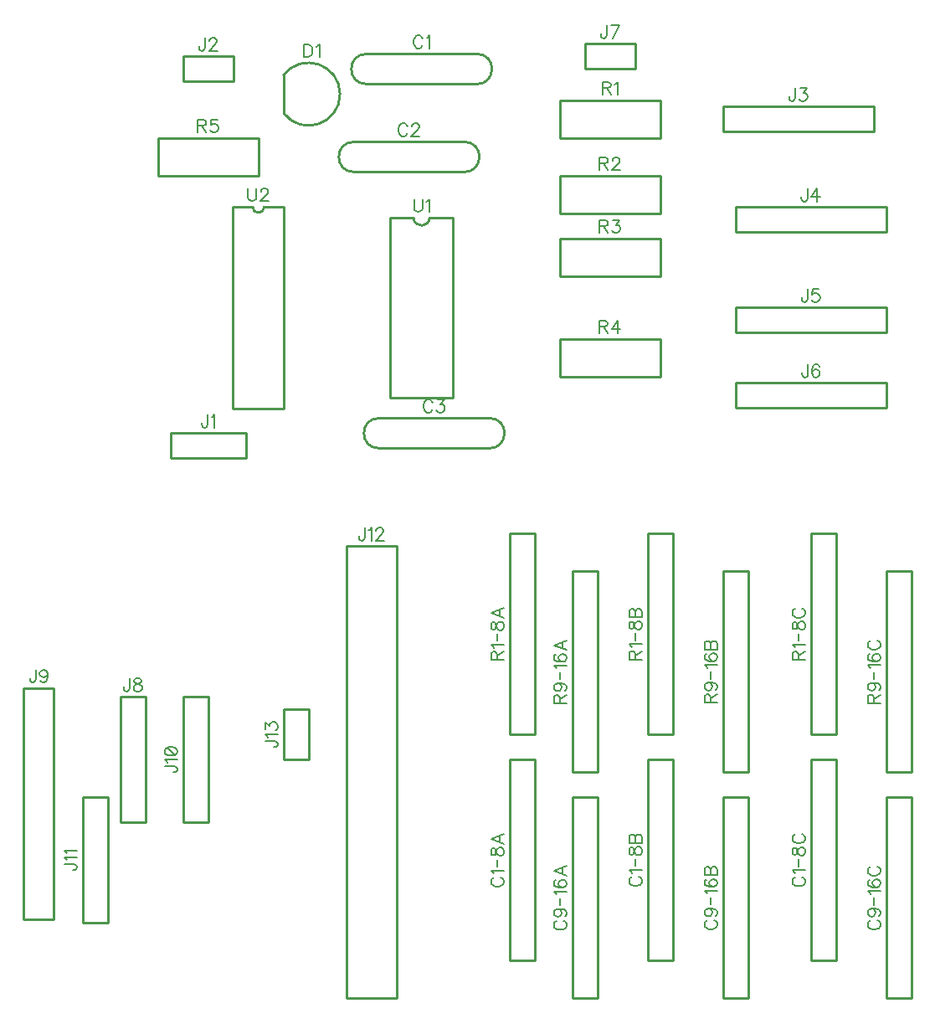
<source format=gbr>
G04 DipTrace 2.4.0.2*
%INTopSilk.gbr*%
%MOIN*%
%ADD10C,0.0098*%
%ADD57C,0.0077*%
%FSLAX44Y44*%
G04*
G70*
G90*
G75*
G01*
%LNTopSilk*%
%LPD*%
X19239Y41840D2*
D10*
X23641D1*
X19239Y43040D2*
X23641D1*
Y41840D2*
G03X23641Y43040I-1J600D01*
G01*
X19239D2*
G03X19239Y41840I1J-600D01*
G01*
X18739Y38340D2*
X23141D1*
X18739Y39540D2*
X23141D1*
Y38340D2*
G03X23141Y39540I-1J600D01*
G01*
X18739D2*
G03X18739Y38340I1J-600D01*
G01*
X19739Y27340D2*
X24141D1*
X19739Y28540D2*
X24141D1*
Y27340D2*
G03X24141Y28540I-1J600D01*
G01*
X19739D2*
G03X19739Y27340I1J-600D01*
G01*
X11440Y26940D2*
Y27940D1*
X14440D1*
Y26940D2*
Y27940D1*
X11440Y26940D2*
X14440D1*
X13940Y41940D2*
Y42940D1*
X11940Y41940D2*
X13940D1*
X11940D2*
Y42940D1*
X13940D1*
X33440Y39940D2*
X39440D1*
X33440Y40940D2*
X39440D1*
X33440Y39940D2*
Y40940D1*
X39440Y39940D2*
Y40940D1*
X33940Y35940D2*
X39940D1*
X33940Y36940D2*
X39940D1*
X33940Y35940D2*
Y36940D1*
X39940Y35940D2*
Y36940D1*
X33940Y31940D2*
X39940D1*
X33940Y32940D2*
X39940D1*
X33940Y31940D2*
Y32940D1*
X39940Y31940D2*
Y32940D1*
X33940Y28940D2*
X39940D1*
X33940Y29940D2*
X39940D1*
X33940Y28940D2*
Y29940D1*
X39940Y28940D2*
Y29940D1*
X29940Y42440D2*
Y43440D1*
X27940Y42440D2*
X29940D1*
X27940D2*
Y43440D1*
X29940D1*
X26937Y41190D2*
X30943D1*
Y39690D2*
Y41190D1*
X26937Y39690D2*
X30943D1*
X26937D2*
Y41190D1*
Y38190D2*
X30943D1*
Y36690D2*
Y38190D1*
X26937Y36690D2*
X30943D1*
X26937D2*
Y38190D1*
Y35690D2*
X30943D1*
Y34190D2*
Y35690D1*
X26937Y34190D2*
X30943D1*
X26937D2*
Y35690D1*
Y31690D2*
X30943D1*
Y30190D2*
Y31690D1*
X26937Y30190D2*
X30943D1*
X26937D2*
Y31690D1*
X20180Y36522D2*
Y29358D1*
X22700Y36522D2*
Y29358D1*
X20180D2*
X22700D1*
X20180Y36522D2*
X21125D1*
X21755D2*
X22700D1*
X21125D2*
G03X21755Y36522I315J1D01*
G01*
X15964Y36956D2*
Y28924D1*
X13916D2*
X15964D1*
X13916Y36956D2*
Y28924D1*
Y36956D2*
X14704D1*
X15964D2*
X15176D1*
X14704D2*
G03X15176Y36956I236J0D01*
G01*
X15940Y40691D2*
Y42189D1*
X15942Y40688D2*
G03X15942Y42192I998J752D01*
G01*
X10937Y39690D2*
X14943D1*
Y38190D2*
Y39690D1*
X10937Y38190D2*
X14943D1*
X10937D2*
Y39690D1*
X10440Y17440D2*
X9440D1*
X10440Y12440D2*
Y17440D1*
X9440Y12440D2*
Y17440D1*
X10440Y12440D2*
X9440D1*
X5586Y17794D2*
Y8586D1*
X6794D1*
Y17794D2*
Y8586D1*
X5586Y17794D2*
X6794D1*
X12940Y17440D2*
X11940D1*
X12940Y12440D2*
Y17440D1*
X11940Y12440D2*
Y17440D1*
X12940Y12440D2*
X11940D1*
X8940Y13440D2*
X7940D1*
X8940Y8440D2*
Y13440D1*
X7940Y8440D2*
Y13440D1*
X8940Y8440D2*
X7940D1*
X18440Y5440D2*
X20440D1*
X18440Y23440D2*
X20440D1*
Y5440D1*
X18440Y23440D2*
Y5440D1*
X25940Y23940D2*
Y15940D1*
X24940Y23940D2*
X25940D1*
X24940D2*
Y15940D1*
X25940D1*
X31440Y23940D2*
Y15940D1*
X30440Y23940D2*
X31440D1*
X30440D2*
Y15940D1*
X31440D1*
X28440Y22440D2*
Y14440D1*
X27440Y22440D2*
X28440D1*
X27440D2*
Y14440D1*
X28440D1*
X34440Y22440D2*
Y14440D1*
X33440Y22440D2*
X34440D1*
X33440D2*
Y14440D1*
X34440D1*
X37940Y23940D2*
Y15940D1*
X36940Y23940D2*
X37940D1*
X36940D2*
Y15940D1*
X37940D1*
X40940Y22440D2*
Y14440D1*
X39940Y22440D2*
X40940D1*
X39940D2*
Y14440D1*
X40940D1*
X25940Y14940D2*
Y6940D1*
X24940Y14940D2*
X25940D1*
X24940D2*
Y6940D1*
X25940D1*
X31440Y14940D2*
Y6940D1*
X30440Y14940D2*
X31440D1*
X30440D2*
Y6940D1*
X31440D1*
X28440Y13440D2*
Y5440D1*
X27440Y13440D2*
X28440D1*
X27440D2*
Y5440D1*
X28440D1*
X34440Y13440D2*
Y5440D1*
X33440Y13440D2*
X34440D1*
X33440D2*
Y5440D1*
X34440D1*
X37940Y14940D2*
Y6940D1*
X36940Y14940D2*
X37940D1*
X36940D2*
Y6940D1*
X37940D1*
X40940Y13440D2*
Y5440D1*
X39940Y13440D2*
X40940D1*
X39940D2*
Y5440D1*
X40940D1*
X16940Y16940D2*
X15940D1*
X16940Y14940D2*
Y16940D1*
Y14940D2*
X15940D1*
Y16940D1*
X21482Y43653D2*
D57*
X21458Y43700D1*
X21410Y43748D1*
X21363Y43772D1*
X21267D1*
X21219Y43748D1*
X21172Y43700D1*
X21147Y43653D1*
X21123Y43581D1*
Y43461D1*
X21147Y43390D1*
X21172Y43342D1*
X21219Y43294D1*
X21267Y43270D1*
X21363D1*
X21410Y43294D1*
X21458Y43342D1*
X21482Y43390D1*
X21637Y43676D2*
X21685Y43700D1*
X21757Y43772D1*
Y43270D1*
X20875Y40153D2*
X20851Y40200D1*
X20803Y40248D1*
X20755Y40272D1*
X20660D1*
X20612Y40248D1*
X20564Y40200D1*
X20540Y40153D1*
X20516Y40081D1*
Y39961D1*
X20540Y39890D1*
X20564Y39842D1*
X20612Y39794D1*
X20660Y39770D1*
X20755D1*
X20803Y39794D1*
X20851Y39842D1*
X20875Y39890D1*
X21053Y40152D2*
Y40176D1*
X21077Y40224D1*
X21101Y40248D1*
X21149Y40272D1*
X21245D1*
X21292Y40248D1*
X21316Y40224D1*
X21340Y40176D1*
Y40129D1*
X21316Y40080D1*
X21268Y40009D1*
X21029Y39770D1*
X21364D1*
X21875Y29153D2*
X21851Y29200D1*
X21803Y29248D1*
X21755Y29272D1*
X21660D1*
X21612Y29248D1*
X21564Y29200D1*
X21540Y29153D1*
X21516Y29081D1*
Y28961D1*
X21540Y28890D1*
X21564Y28842D1*
X21612Y28794D1*
X21660Y28770D1*
X21755D1*
X21803Y28794D1*
X21851Y28842D1*
X21875Y28890D1*
X22077Y29272D2*
X22340D1*
X22197Y29080D1*
X22268D1*
X22316Y29057D1*
X22340Y29033D1*
X22364Y28961D1*
Y28914D1*
X22340Y28842D1*
X22292Y28794D1*
X22220Y28770D1*
X22148D1*
X22077Y28794D1*
X22053Y28818D1*
X22029Y28865D1*
X12922Y28672D2*
Y28290D1*
X12899Y28218D1*
X12874Y28194D1*
X12827Y28170D1*
X12779D1*
X12731Y28194D1*
X12707Y28218D1*
X12683Y28290D1*
Y28337D1*
X13077Y28576D2*
X13125Y28600D1*
X13197Y28672D1*
Y28170D1*
X12815Y43672D2*
Y43290D1*
X12791Y43218D1*
X12767Y43194D1*
X12719Y43170D1*
X12671D1*
X12624Y43194D1*
X12600Y43218D1*
X12576Y43290D1*
Y43337D1*
X12994Y43552D2*
Y43576D1*
X13017Y43624D1*
X13041Y43648D1*
X13089Y43672D1*
X13185D1*
X13232Y43648D1*
X13256Y43624D1*
X13281Y43576D1*
Y43529D1*
X13256Y43480D1*
X13209Y43409D1*
X12969Y43170D1*
X13304D1*
X36315Y41672D2*
Y41290D1*
X36291Y41218D1*
X36267Y41194D1*
X36219Y41170D1*
X36171D1*
X36124Y41194D1*
X36100Y41218D1*
X36076Y41290D1*
Y41337D1*
X36517Y41672D2*
X36780D1*
X36637Y41480D1*
X36709D1*
X36756Y41457D1*
X36780Y41433D1*
X36804Y41361D1*
Y41314D1*
X36780Y41242D1*
X36732Y41194D1*
X36661Y41170D1*
X36589D1*
X36517Y41194D1*
X36494Y41218D1*
X36469Y41265D1*
X36803Y37672D2*
Y37290D1*
X36779Y37218D1*
X36755Y37194D1*
X36707Y37170D1*
X36659D1*
X36612Y37194D1*
X36588Y37218D1*
X36564Y37290D1*
Y37337D1*
X37197Y37170D2*
Y37672D1*
X36958Y37337D1*
X37316D1*
X36815Y33672D2*
Y33290D1*
X36791Y33218D1*
X36767Y33194D1*
X36719Y33170D1*
X36671D1*
X36624Y33194D1*
X36600Y33218D1*
X36576Y33290D1*
Y33337D1*
X37256Y33672D2*
X37017D1*
X36994Y33457D1*
X37017Y33480D1*
X37089Y33505D1*
X37161D1*
X37232Y33480D1*
X37281Y33433D1*
X37304Y33361D1*
Y33314D1*
X37281Y33242D1*
X37232Y33194D1*
X37161Y33170D1*
X37089D1*
X37017Y33194D1*
X36994Y33218D1*
X36969Y33265D1*
X36827Y30672D2*
Y30290D1*
X36803Y30218D1*
X36779Y30194D1*
X36732Y30170D1*
X36683D1*
X36636Y30194D1*
X36612Y30218D1*
X36588Y30290D1*
Y30337D1*
X37268Y30600D2*
X37245Y30648D1*
X37173Y30672D1*
X37125D1*
X37053Y30648D1*
X37005Y30576D1*
X36982Y30457D1*
Y30337D1*
X37005Y30242D1*
X37053Y30194D1*
X37125Y30170D1*
X37149D1*
X37220Y30194D1*
X37268Y30242D1*
X37292Y30314D1*
Y30337D1*
X37268Y30409D1*
X37220Y30457D1*
X37149Y30480D1*
X37125D1*
X37053Y30457D1*
X37005Y30409D1*
X36982Y30337D1*
X28815Y44172D2*
Y43790D1*
X28791Y43718D1*
X28767Y43694D1*
X28719Y43670D1*
X28671D1*
X28624Y43694D1*
X28600Y43718D1*
X28576Y43790D1*
Y43837D1*
X29065Y43670D2*
X29304Y44172D1*
X28969D1*
X28635Y41683D2*
X28850D1*
X28922Y41707D1*
X28947Y41731D1*
X28970Y41779D1*
Y41827D1*
X28947Y41874D1*
X28922Y41898D1*
X28850Y41922D1*
X28635D1*
Y41420D1*
X28803Y41683D2*
X28970Y41420D1*
X29125Y41826D2*
X29173Y41850D1*
X29245Y41922D1*
Y41420D1*
X28528Y38683D2*
X28743D1*
X28815Y38707D1*
X28839Y38731D1*
X28863Y38779D1*
Y38827D1*
X28839Y38874D1*
X28815Y38898D1*
X28743Y38922D1*
X28528D1*
Y38420D1*
X28695Y38683D2*
X28863Y38420D1*
X29042Y38802D2*
Y38826D1*
X29065Y38874D1*
X29089Y38898D1*
X29137Y38922D1*
X29233D1*
X29280Y38898D1*
X29304Y38874D1*
X29328Y38826D1*
Y38779D1*
X29304Y38730D1*
X29257Y38659D1*
X29017Y38420D1*
X29352D1*
X28528Y36183D2*
X28743D1*
X28815Y36207D1*
X28839Y36231D1*
X28863Y36279D1*
Y36327D1*
X28839Y36374D1*
X28815Y36398D1*
X28743Y36422D1*
X28528D1*
Y35920D1*
X28695Y36183D2*
X28863Y35920D1*
X29065Y36422D2*
X29328D1*
X29185Y36230D1*
X29257D1*
X29304Y36207D1*
X29328Y36183D1*
X29352Y36111D1*
Y36064D1*
X29328Y35992D1*
X29280Y35944D1*
X29208Y35920D1*
X29137D1*
X29065Y35944D1*
X29042Y35968D1*
X29017Y36015D1*
X28516Y32183D2*
X28731D1*
X28803Y32207D1*
X28827Y32231D1*
X28851Y32279D1*
Y32327D1*
X28827Y32374D1*
X28803Y32398D1*
X28731Y32422D1*
X28516D1*
Y31920D1*
X28683Y32183D2*
X28851Y31920D1*
X29245D2*
Y32422D1*
X29005Y32087D1*
X29364D1*
X21135Y37255D2*
Y36896D1*
X21159Y36824D1*
X21207Y36777D1*
X21279Y36752D1*
X21327D1*
X21398Y36777D1*
X21447Y36824D1*
X21470Y36896D1*
Y37255D1*
X21625Y37159D2*
X21673Y37183D1*
X21745Y37254D1*
Y36752D1*
X14528Y37688D2*
Y37329D1*
X14552Y37257D1*
X14600Y37210D1*
X14672Y37186D1*
X14719D1*
X14791Y37210D1*
X14839Y37257D1*
X14863Y37329D1*
Y37688D1*
X15042Y37568D2*
Y37592D1*
X15065Y37640D1*
X15089Y37664D1*
X15137Y37687D1*
X15233D1*
X15280Y37664D1*
X15304Y37640D1*
X15328Y37592D1*
Y37544D1*
X15304Y37496D1*
X15257Y37425D1*
X15017Y37186D1*
X15352D1*
X16760Y43422D2*
Y42920D1*
X16928D1*
X17000Y42944D1*
X17048Y42991D1*
X17072Y43040D1*
X17095Y43111D1*
Y43231D1*
X17072Y43303D1*
X17048Y43350D1*
X17000Y43398D1*
X16928Y43422D1*
X16760D1*
X17250Y43326D2*
X17298Y43350D1*
X17370Y43421D1*
Y42920D1*
X12528Y40183D2*
X12743D1*
X12815Y40207D1*
X12839Y40231D1*
X12863Y40279D1*
Y40327D1*
X12839Y40374D1*
X12815Y40398D1*
X12743Y40422D1*
X12528D1*
Y39920D1*
X12695Y40183D2*
X12863Y39920D1*
X13304Y40422D2*
X13065D1*
X13042Y40207D1*
X13065Y40230D1*
X13137Y40255D1*
X13208D1*
X13280Y40230D1*
X13328Y40183D1*
X13352Y40111D1*
Y40064D1*
X13328Y39992D1*
X13280Y39944D1*
X13208Y39920D1*
X13137D1*
X13065Y39944D1*
X13042Y39968D1*
X13017Y40015D1*
X9815Y18172D2*
Y17790D1*
X9792Y17718D1*
X9767Y17694D1*
X9720Y17670D1*
X9672D1*
X9624Y17694D1*
X9600Y17718D1*
X9576Y17790D1*
Y17837D1*
X10089Y18172D2*
X10018Y18148D1*
X9993Y18100D1*
Y18052D1*
X10018Y18005D1*
X10065Y17980D1*
X10161Y17957D1*
X10233Y17933D1*
X10280Y17885D1*
X10304Y17837D1*
Y17765D1*
X10280Y17718D1*
X10257Y17694D1*
X10185Y17670D1*
X10089D1*
X10018Y17694D1*
X9993Y17718D1*
X9970Y17765D1*
Y17837D1*
X9993Y17885D1*
X10042Y17933D1*
X10113Y17957D1*
X10208Y17980D1*
X10257Y18005D1*
X10280Y18052D1*
Y18100D1*
X10257Y18148D1*
X10185Y18172D1*
X10089D1*
X6077Y18527D2*
Y18144D1*
X6053Y18072D1*
X6029Y18048D1*
X5981Y18024D1*
X5933D1*
X5886Y18048D1*
X5862Y18072D1*
X5838Y18144D1*
Y18192D1*
X6542Y18359D2*
X6518Y18287D1*
X6471Y18239D1*
X6399Y18215D1*
X6375D1*
X6303Y18239D1*
X6256Y18287D1*
X6231Y18359D1*
Y18383D1*
X6256Y18455D1*
X6303Y18502D1*
X6375Y18526D1*
X6399D1*
X6471Y18502D1*
X6518Y18455D1*
X6542Y18359D1*
Y18239D1*
X6518Y18120D1*
X6471Y18048D1*
X6399Y18024D1*
X6351D1*
X6279Y18048D1*
X6256Y18096D1*
X11208Y14678D2*
X11590D1*
X11662Y14654D1*
X11686Y14630D1*
X11710Y14582D1*
Y14534D1*
X11686Y14487D1*
X11662Y14463D1*
X11590Y14439D1*
X11543D1*
X11304Y14832D2*
X11280Y14880D1*
X11208Y14952D1*
X11710D1*
X11208Y15250D2*
X11232Y15178D1*
X11304Y15130D1*
X11423Y15107D1*
X11495D1*
X11615Y15130D1*
X11686Y15178D1*
X11710Y15250D1*
Y15298D1*
X11686Y15370D1*
X11615Y15417D1*
X11495Y15441D1*
X11423D1*
X11304Y15417D1*
X11232Y15370D1*
X11208Y15298D1*
Y15250D1*
X11304Y15417D2*
X11615Y15130D1*
X7208Y10785D2*
X7590D1*
X7662Y10762D1*
X7686Y10737D1*
X7710Y10690D1*
Y10642D1*
X7686Y10594D1*
X7662Y10570D1*
X7590Y10546D1*
X7543D1*
X7304Y10940D2*
X7280Y10988D1*
X7208Y11060D1*
X7710D1*
X7304Y11214D2*
X7280Y11262D1*
X7208Y11334D1*
X7710D1*
X19178Y24172D2*
Y23790D1*
X19154Y23718D1*
X19130Y23694D1*
X19082Y23670D1*
X19034D1*
X18987Y23694D1*
X18963Y23718D1*
X18939Y23790D1*
Y23837D1*
X19332Y24076D2*
X19380Y24100D1*
X19452Y24172D1*
Y23670D1*
X19631Y24052D2*
Y24076D1*
X19655Y24124D1*
X19678Y24148D1*
X19726Y24172D1*
X19822D1*
X19870Y24148D1*
X19893Y24124D1*
X19918Y24076D1*
Y24029D1*
X19893Y23980D1*
X19846Y23909D1*
X19607Y23670D1*
X19941D1*
X24447Y18907D2*
Y19122D1*
X24423Y19194D1*
X24399Y19218D1*
X24351Y19242D1*
X24303D1*
X24256Y19218D1*
X24232Y19194D1*
X24208Y19122D1*
Y18907D1*
X24710D1*
X24447Y19074D2*
X24710Y19242D1*
X24304Y19396D2*
X24280Y19444D1*
X24208Y19516D1*
X24710D1*
X24459Y19671D2*
Y19947D1*
X24208Y20221D2*
X24232Y20149D1*
X24280Y20125D1*
X24328D1*
X24375Y20149D1*
X24400Y20197D1*
X24423Y20293D1*
X24447Y20364D1*
X24495Y20412D1*
X24543Y20436D1*
X24615D1*
X24662Y20412D1*
X24686Y20388D1*
X24710Y20316D1*
Y20221D1*
X24686Y20149D1*
X24662Y20125D1*
X24615Y20101D1*
X24543D1*
X24495Y20125D1*
X24447Y20173D1*
X24423Y20244D1*
X24400Y20340D1*
X24375Y20388D1*
X24328Y20412D1*
X24280D1*
X24232Y20388D1*
X24208Y20316D1*
Y20221D1*
X24710Y20973D2*
X24208Y20781D1*
X24710Y20590D1*
X24543Y20662D2*
Y20901D1*
X29947Y18931D2*
Y19146D1*
X29923Y19218D1*
X29899Y19242D1*
X29851Y19266D1*
X29803D1*
X29756Y19242D1*
X29732Y19218D1*
X29708Y19146D1*
Y18931D1*
X30210D1*
X29947Y19098D2*
X30210Y19266D1*
X29804Y19420D2*
X29780Y19468D1*
X29708Y19540D1*
X30210D1*
X29959Y19695D2*
Y19971D1*
X29708Y20245D2*
X29732Y20173D1*
X29780Y20149D1*
X29828D1*
X29875Y20173D1*
X29900Y20221D1*
X29923Y20317D1*
X29947Y20388D1*
X29995Y20436D1*
X30043Y20460D1*
X30115D1*
X30162Y20436D1*
X30186Y20412D1*
X30210Y20340D1*
Y20245D1*
X30186Y20173D1*
X30162Y20149D1*
X30115Y20125D1*
X30043D1*
X29995Y20149D1*
X29947Y20197D1*
X29923Y20268D1*
X29900Y20364D1*
X29875Y20412D1*
X29828Y20436D1*
X29780D1*
X29732Y20412D1*
X29708Y20340D1*
Y20245D1*
Y20614D2*
X30210D1*
Y20830D1*
X30186Y20902D1*
X30162Y20925D1*
X30115Y20949D1*
X30043D1*
X29995Y20925D1*
X29971Y20902D1*
X29947Y20830D1*
X29923Y20902D1*
X29899Y20925D1*
X29851Y20949D1*
X29803D1*
X29756Y20925D1*
X29732Y20902D1*
X29708Y20830D1*
Y20614D1*
X29947D2*
Y20830D1*
X26947Y17186D2*
Y17401D1*
X26923Y17473D1*
X26899Y17497D1*
X26851Y17521D1*
X26803D1*
X26756Y17497D1*
X26732Y17473D1*
X26708Y17401D1*
Y17186D1*
X27210D1*
X26947Y17353D2*
X27210Y17521D1*
X26875Y17987D2*
X26947Y17962D1*
X26995Y17915D1*
X27019Y17843D1*
Y17819D1*
X26995Y17747D1*
X26947Y17700D1*
X26875Y17675D1*
X26851D1*
X26780Y17700D1*
X26732Y17747D1*
X26708Y17819D1*
Y17843D1*
X26732Y17915D1*
X26780Y17962D1*
X26875Y17987D1*
X26995D1*
X27115Y17962D1*
X27186Y17915D1*
X27210Y17843D1*
Y17795D1*
X27186Y17723D1*
X27138Y17700D1*
X26959Y18141D2*
Y18417D1*
X26804Y18572D2*
X26780Y18620D1*
X26708Y18692D1*
X27210D1*
X26780Y19133D2*
X26732Y19109D1*
X26708Y19037D1*
Y18990D1*
X26732Y18918D1*
X26804Y18870D1*
X26923Y18846D1*
X27043D1*
X27138Y18870D1*
X27186Y18918D1*
X27210Y18990D1*
Y19013D1*
X27186Y19085D1*
X27138Y19133D1*
X27066Y19157D1*
X27043D1*
X26971Y19133D1*
X26923Y19085D1*
X26900Y19013D1*
Y18990D1*
X26923Y18918D1*
X26971Y18870D1*
X27043Y18846D1*
X27210Y19694D2*
X26708Y19502D1*
X27210Y19311D1*
X27043Y19383D2*
Y19622D1*
X32947Y17210D2*
Y17425D1*
X32923Y17497D1*
X32899Y17521D1*
X32851Y17545D1*
X32803D1*
X32756Y17521D1*
X32732Y17497D1*
X32708Y17425D1*
Y17210D1*
X33210D1*
X32947Y17378D2*
X33210Y17545D1*
X32875Y18011D2*
X32947Y17986D1*
X32995Y17939D1*
X33019Y17867D1*
Y17843D1*
X32995Y17771D1*
X32947Y17724D1*
X32875Y17699D1*
X32851D1*
X32780Y17724D1*
X32732Y17771D1*
X32708Y17843D1*
Y17867D1*
X32732Y17939D1*
X32780Y17986D1*
X32875Y18011D1*
X32995D1*
X33115Y17986D1*
X33186Y17939D1*
X33210Y17867D1*
Y17819D1*
X33186Y17747D1*
X33138Y17724D1*
X32959Y18165D2*
Y18441D1*
X32804Y18596D2*
X32780Y18644D1*
X32708Y18716D1*
X33210D1*
X32780Y19157D2*
X32732Y19133D1*
X32708Y19061D1*
Y19014D1*
X32732Y18942D1*
X32804Y18894D1*
X32923Y18870D1*
X33043D1*
X33138Y18894D1*
X33186Y18942D1*
X33210Y19014D1*
Y19037D1*
X33186Y19109D1*
X33138Y19157D1*
X33066Y19181D1*
X33043D1*
X32971Y19157D1*
X32923Y19109D1*
X32900Y19037D1*
Y19014D1*
X32923Y18942D1*
X32971Y18894D1*
X33043Y18870D1*
X32708Y19335D2*
X33210D1*
Y19551D1*
X33186Y19622D1*
X33162Y19646D1*
X33115Y19670D1*
X33043D1*
X32995Y19646D1*
X32971Y19622D1*
X32947Y19551D1*
X32923Y19622D1*
X32899Y19646D1*
X32851Y19670D1*
X32803D1*
X32756Y19646D1*
X32732Y19622D1*
X32708Y19551D1*
Y19335D1*
X32947D2*
Y19551D1*
X36447Y18919D2*
Y19134D1*
X36423Y19206D1*
X36399Y19230D1*
X36351Y19254D1*
X36303D1*
X36256Y19230D1*
X36232Y19206D1*
X36208Y19134D1*
Y18919D1*
X36710D1*
X36447Y19087D2*
X36710Y19254D1*
X36304Y19408D2*
X36280Y19456D1*
X36208Y19528D1*
X36710D1*
X36459Y19683D2*
Y19959D1*
X36208Y20233D2*
X36232Y20162D1*
X36280Y20137D1*
X36328D1*
X36375Y20162D1*
X36400Y20209D1*
X36423Y20305D1*
X36447Y20377D1*
X36495Y20424D1*
X36543Y20448D1*
X36615D1*
X36662Y20424D1*
X36686Y20400D1*
X36710Y20328D1*
Y20233D1*
X36686Y20162D1*
X36662Y20137D1*
X36615Y20113D1*
X36543D1*
X36495Y20137D1*
X36447Y20185D1*
X36423Y20257D1*
X36400Y20352D1*
X36375Y20400D1*
X36328Y20424D1*
X36280D1*
X36232Y20400D1*
X36208Y20328D1*
Y20233D1*
X36327Y20961D2*
X36280Y20937D1*
X36232Y20889D1*
X36208Y20842D1*
Y20746D1*
X36232Y20698D1*
X36280Y20650D1*
X36327Y20626D1*
X36399Y20602D1*
X36519D1*
X36590Y20626D1*
X36638Y20650D1*
X36686Y20698D1*
X36710Y20746D1*
Y20842D1*
X36686Y20889D1*
X36638Y20937D1*
X36590Y20961D1*
X39447Y17198D2*
Y17413D1*
X39423Y17485D1*
X39399Y17509D1*
X39351Y17533D1*
X39303D1*
X39256Y17509D1*
X39232Y17485D1*
X39208Y17413D1*
Y17198D1*
X39710D1*
X39447Y17366D2*
X39710Y17533D1*
X39375Y17999D2*
X39447Y17974D1*
X39495Y17927D1*
X39519Y17855D1*
Y17831D1*
X39495Y17759D1*
X39447Y17712D1*
X39375Y17687D1*
X39351D1*
X39280Y17712D1*
X39232Y17759D1*
X39208Y17831D1*
Y17855D1*
X39232Y17927D1*
X39280Y17974D1*
X39375Y17999D1*
X39495D1*
X39615Y17974D1*
X39686Y17927D1*
X39710Y17855D1*
Y17807D1*
X39686Y17736D1*
X39638Y17712D1*
X39459Y18153D2*
Y18429D1*
X39304Y18584D2*
X39280Y18632D1*
X39208Y18704D1*
X39710D1*
X39280Y19145D2*
X39232Y19121D1*
X39208Y19049D1*
Y19002D1*
X39232Y18930D1*
X39304Y18882D1*
X39423Y18858D1*
X39543D1*
X39638Y18882D1*
X39686Y18930D1*
X39710Y19002D1*
Y19026D1*
X39686Y19097D1*
X39638Y19145D1*
X39566Y19169D1*
X39543D1*
X39471Y19145D1*
X39423Y19097D1*
X39400Y19026D1*
Y19002D1*
X39423Y18930D1*
X39471Y18882D1*
X39543Y18858D1*
X39327Y19682D2*
X39280Y19658D1*
X39232Y19610D1*
X39208Y19562D1*
Y19467D1*
X39232Y19419D1*
X39280Y19371D1*
X39327Y19347D1*
X39399Y19323D1*
X39519D1*
X39590Y19347D1*
X39638Y19371D1*
X39686Y19419D1*
X39710Y19467D1*
Y19562D1*
X39686Y19610D1*
X39638Y19658D1*
X39590Y19682D1*
X24327Y10254D2*
X24280Y10230D1*
X24232Y10182D1*
X24208Y10134D1*
Y10039D1*
X24232Y9991D1*
X24280Y9943D1*
X24327Y9919D1*
X24399Y9895D1*
X24519D1*
X24590Y9919D1*
X24638Y9943D1*
X24686Y9991D1*
X24710Y10039D1*
Y10134D1*
X24686Y10182D1*
X24638Y10230D1*
X24590Y10254D1*
X24304Y10408D2*
X24280Y10456D1*
X24208Y10528D1*
X24710D1*
X24459Y10682D2*
Y10959D1*
X24208Y11233D2*
X24232Y11161D1*
X24280Y11137D1*
X24328D1*
X24375Y11161D1*
X24400Y11209D1*
X24423Y11304D1*
X24447Y11376D1*
X24495Y11424D1*
X24543Y11448D1*
X24615D1*
X24662Y11424D1*
X24686Y11400D1*
X24710Y11328D1*
Y11233D1*
X24686Y11161D1*
X24662Y11137D1*
X24615Y11113D1*
X24543D1*
X24495Y11137D1*
X24447Y11185D1*
X24423Y11256D1*
X24400Y11352D1*
X24375Y11400D1*
X24328Y11424D1*
X24280D1*
X24232Y11400D1*
X24208Y11328D1*
Y11233D1*
X24710Y11985D2*
X24208Y11793D1*
X24710Y11602D1*
X24543Y11674D2*
Y11913D1*
X29827Y10278D2*
X29780Y10254D1*
X29732Y10206D1*
X29708Y10158D1*
Y10063D1*
X29732Y10015D1*
X29780Y9967D1*
X29827Y9943D1*
X29899Y9919D1*
X30019D1*
X30090Y9943D1*
X30138Y9967D1*
X30186Y10015D1*
X30210Y10063D1*
Y10158D1*
X30186Y10206D1*
X30138Y10254D1*
X30090Y10278D1*
X29804Y10432D2*
X29780Y10480D1*
X29708Y10552D1*
X30210D1*
X29959Y10706D2*
Y10983D1*
X29708Y11257D2*
X29732Y11185D1*
X29780Y11161D1*
X29828D1*
X29875Y11185D1*
X29900Y11233D1*
X29923Y11328D1*
X29947Y11400D1*
X29995Y11448D1*
X30043Y11472D1*
X30115D1*
X30162Y11448D1*
X30186Y11424D1*
X30210Y11352D1*
Y11257D1*
X30186Y11185D1*
X30162Y11161D1*
X30115Y11137D1*
X30043D1*
X29995Y11161D1*
X29947Y11209D1*
X29923Y11280D1*
X29900Y11376D1*
X29875Y11424D1*
X29828Y11448D1*
X29780D1*
X29732Y11424D1*
X29708Y11352D1*
Y11257D1*
Y11626D2*
X30210D1*
Y11842D1*
X30186Y11913D1*
X30162Y11937D1*
X30115Y11961D1*
X30043D1*
X29995Y11937D1*
X29971Y11913D1*
X29947Y11842D1*
X29923Y11913D1*
X29899Y11937D1*
X29851Y11961D1*
X29803D1*
X29756Y11937D1*
X29732Y11913D1*
X29708Y11842D1*
Y11626D1*
X29947D2*
Y11842D1*
X26827Y8533D2*
X26780Y8509D1*
X26732Y8461D1*
X26708Y8413D1*
Y8318D1*
X26732Y8270D1*
X26780Y8222D1*
X26827Y8198D1*
X26899Y8174D1*
X27019D1*
X27090Y8198D1*
X27138Y8222D1*
X27186Y8270D1*
X27210Y8318D1*
Y8413D1*
X27186Y8461D1*
X27138Y8509D1*
X27090Y8533D1*
X26875Y8998D2*
X26947Y8974D1*
X26995Y8927D1*
X27019Y8855D1*
Y8831D1*
X26995Y8759D1*
X26947Y8712D1*
X26875Y8687D1*
X26851D1*
X26780Y8712D1*
X26732Y8759D1*
X26708Y8831D1*
Y8855D1*
X26732Y8927D1*
X26780Y8974D1*
X26875Y8998D1*
X26995D1*
X27115Y8974D1*
X27186Y8927D1*
X27210Y8855D1*
Y8807D1*
X27186Y8735D1*
X27138Y8712D1*
X26959Y9153D2*
Y9429D1*
X26804Y9584D2*
X26780Y9632D1*
X26708Y9703D1*
X27210D1*
X26780Y10145D2*
X26732Y10121D1*
X26708Y10049D1*
Y10002D1*
X26732Y9930D1*
X26804Y9882D1*
X26923Y9858D1*
X27043D1*
X27138Y9882D1*
X27186Y9930D1*
X27210Y10002D1*
Y10025D1*
X27186Y10097D1*
X27138Y10145D1*
X27066Y10168D1*
X27043D1*
X26971Y10145D1*
X26923Y10097D1*
X26900Y10025D1*
Y10002D1*
X26923Y9930D1*
X26971Y9882D1*
X27043Y9858D1*
X27210Y10706D2*
X26708Y10514D1*
X27210Y10323D1*
X27043Y10395D2*
Y10634D1*
X32827Y8557D2*
X32780Y8533D1*
X32732Y8485D1*
X32708Y8437D1*
Y8342D1*
X32732Y8294D1*
X32780Y8246D1*
X32827Y8222D1*
X32899Y8198D1*
X33019D1*
X33090Y8222D1*
X33138Y8246D1*
X33186Y8294D1*
X33210Y8342D1*
Y8437D1*
X33186Y8485D1*
X33138Y8533D1*
X33090Y8557D1*
X32875Y9022D2*
X32947Y8998D1*
X32995Y8951D1*
X33019Y8879D1*
Y8855D1*
X32995Y8783D1*
X32947Y8736D1*
X32875Y8711D1*
X32851D1*
X32780Y8736D1*
X32732Y8783D1*
X32708Y8855D1*
Y8879D1*
X32732Y8951D1*
X32780Y8998D1*
X32875Y9022D1*
X32995D1*
X33115Y8998D1*
X33186Y8951D1*
X33210Y8879D1*
Y8831D1*
X33186Y8759D1*
X33138Y8736D1*
X32959Y9177D2*
Y9453D1*
X32804Y9608D2*
X32780Y9656D1*
X32708Y9727D1*
X33210D1*
X32780Y10169D2*
X32732Y10145D1*
X32708Y10073D1*
Y10026D1*
X32732Y9954D1*
X32804Y9906D1*
X32923Y9882D1*
X33043D1*
X33138Y9906D1*
X33186Y9954D1*
X33210Y10026D1*
Y10049D1*
X33186Y10121D1*
X33138Y10169D1*
X33066Y10193D1*
X33043D1*
X32971Y10169D1*
X32923Y10121D1*
X32900Y10049D1*
Y10026D1*
X32923Y9954D1*
X32971Y9906D1*
X33043Y9882D1*
X32708Y10347D2*
X33210D1*
Y10562D1*
X33186Y10634D1*
X33162Y10658D1*
X33115Y10682D1*
X33043D1*
X32995Y10658D1*
X32971Y10634D1*
X32947Y10562D1*
X32923Y10634D1*
X32899Y10658D1*
X32851Y10682D1*
X32803D1*
X32756Y10658D1*
X32732Y10634D1*
X32708Y10562D1*
Y10347D1*
X32947D2*
Y10562D1*
X36327Y10266D2*
X36280Y10242D1*
X36232Y10194D1*
X36208Y10147D1*
Y10051D1*
X36232Y10003D1*
X36280Y9955D1*
X36327Y9931D1*
X36399Y9907D1*
X36519D1*
X36590Y9931D1*
X36638Y9955D1*
X36686Y10003D1*
X36710Y10051D1*
Y10147D1*
X36686Y10194D1*
X36638Y10242D1*
X36590Y10266D1*
X36304Y10420D2*
X36280Y10468D1*
X36208Y10540D1*
X36710D1*
X36459Y10695D2*
Y10971D1*
X36208Y11245D2*
X36232Y11173D1*
X36280Y11149D1*
X36328D1*
X36375Y11173D1*
X36400Y11221D1*
X36423Y11317D1*
X36447Y11388D1*
X36495Y11436D1*
X36543Y11460D1*
X36615D1*
X36662Y11436D1*
X36686Y11412D1*
X36710Y11340D1*
Y11245D1*
X36686Y11173D1*
X36662Y11149D1*
X36615Y11125D1*
X36543D1*
X36495Y11149D1*
X36447Y11197D1*
X36423Y11268D1*
X36400Y11364D1*
X36375Y11412D1*
X36328Y11436D1*
X36280D1*
X36232Y11412D1*
X36208Y11340D1*
Y11245D1*
X36327Y11973D2*
X36280Y11949D1*
X36232Y11901D1*
X36208Y11853D1*
Y11758D1*
X36232Y11710D1*
X36280Y11662D1*
X36327Y11638D1*
X36399Y11614D1*
X36519D1*
X36590Y11638D1*
X36638Y11662D1*
X36686Y11710D1*
X36710Y11758D1*
Y11853D1*
X36686Y11901D1*
X36638Y11949D1*
X36590Y11973D1*
X39327Y8545D2*
X39280Y8521D1*
X39232Y8473D1*
X39208Y8426D1*
Y8330D1*
X39232Y8282D1*
X39280Y8234D1*
X39327Y8210D1*
X39399Y8186D1*
X39519D1*
X39590Y8210D1*
X39638Y8234D1*
X39686Y8282D1*
X39710Y8330D1*
Y8426D1*
X39686Y8473D1*
X39638Y8521D1*
X39590Y8545D1*
X39375Y9011D2*
X39447Y8986D1*
X39495Y8939D1*
X39519Y8867D1*
Y8843D1*
X39495Y8771D1*
X39447Y8724D1*
X39375Y8699D1*
X39351D1*
X39280Y8724D1*
X39232Y8771D1*
X39208Y8843D1*
Y8867D1*
X39232Y8939D1*
X39280Y8986D1*
X39375Y9011D1*
X39495D1*
X39615Y8986D1*
X39686Y8939D1*
X39710Y8867D1*
Y8819D1*
X39686Y8747D1*
X39638Y8724D1*
X39459Y9165D2*
Y9441D1*
X39304Y9596D2*
X39280Y9644D1*
X39208Y9716D1*
X39710D1*
X39280Y10157D2*
X39232Y10133D1*
X39208Y10061D1*
Y10014D1*
X39232Y9942D1*
X39304Y9894D1*
X39423Y9870D1*
X39543D1*
X39638Y9894D1*
X39686Y9942D1*
X39710Y10014D1*
Y10037D1*
X39686Y10109D1*
X39638Y10157D1*
X39566Y10181D1*
X39543D1*
X39471Y10157D1*
X39423Y10109D1*
X39400Y10037D1*
Y10014D1*
X39423Y9942D1*
X39471Y9894D1*
X39543Y9870D1*
X39327Y10694D2*
X39280Y10670D1*
X39232Y10622D1*
X39208Y10574D1*
Y10479D1*
X39232Y10431D1*
X39280Y10383D1*
X39327Y10359D1*
X39399Y10335D1*
X39519D1*
X39590Y10359D1*
X39638Y10383D1*
X39686Y10431D1*
X39710Y10479D1*
Y10574D1*
X39686Y10622D1*
X39638Y10670D1*
X39590Y10694D1*
X15208Y15678D2*
X15590D1*
X15662Y15654D1*
X15686Y15630D1*
X15710Y15582D1*
Y15534D1*
X15686Y15487D1*
X15662Y15463D1*
X15590Y15439D1*
X15543D1*
X15304Y15832D2*
X15280Y15880D1*
X15208Y15952D1*
X15710D1*
X15208Y16155D2*
Y16417D1*
X15400Y16274D1*
Y16346D1*
X15423Y16393D1*
X15447Y16417D1*
X15519Y16441D1*
X15566D1*
X15638Y16417D1*
X15686Y16370D1*
X15710Y16298D1*
Y16226D1*
X15686Y16155D1*
X15662Y16131D1*
X15615Y16107D1*
M02*

</source>
